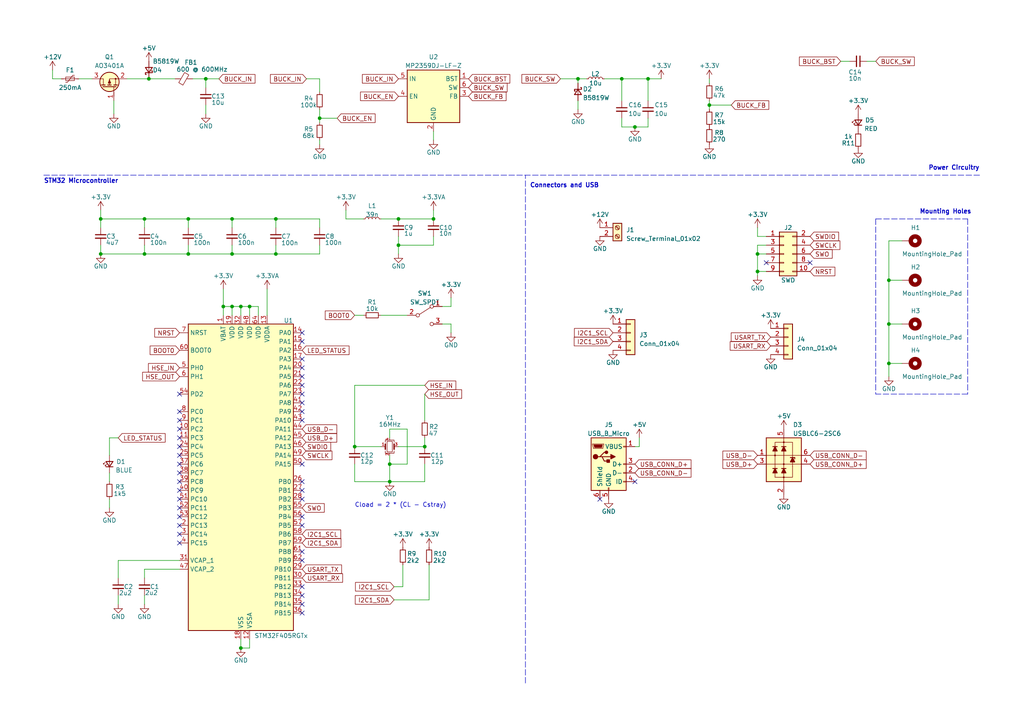
<source format=kicad_sch>
(kicad_sch (version 20230121) (generator eeschema)
  (paper "A4")
  (title_block (title "STM32F4_REV2") (date "2023-03-02") (rev "v2.0") (company "Chebe'sLab"))
  (lib_symbols
    (symbol "Connector:Screw_Terminal_01x02" (pin_names (offset 1.016) hide)
      (property "Reference" "J" (at 0 2.54 0))
      (property "Value" "Screw_Terminal_01x02" (at 0 -5.08 0))
      (symbol "Screw_Terminal_01x02_1_1"
        (pin passive line (at -5.08 0 0) (length 3.81) (name "Pin_1") (number "1"))
        (pin passive line (at -5.08 -2.54 0) (length 3.81) (name "Pin_2") (number "2"))
      )
    )
    (symbol "Connector:USB_B_Micro" (pin_names (offset 1.016))
      (property "Reference" "J" (at -5.08 11.43 0))
      (property "Value" "USB_B_Micro" (at -5.08 8.89 0))
      (symbol "USB_B_Micro_1_1"
        (pin power_out line (at 7.62 5.08 180) (length 2.54) (name "VBUS") (number "1"))
        (pin bidirectional line (at 7.62 -2.54 180) (length 2.54) (name "D-") (number "2"))
        (pin bidirectional line (at 7.62 0 180) (length 2.54) (name "D+") (number "3"))
        (pin passive line (at 7.62 -5.08 180) (length 2.54) (name "ID") (number "4"))
        (pin power_out line (at 0 -10.16 90) (length 2.54) (name "GND") (number "5"))
        (pin passive line (at -2.54 -10.16 90) (length 2.54) (name "Shield") (number "6"))
      )
    )
    (symbol "Connector_Generic:Conn_01x04" (pin_names (offset 1.016) hide)
      (property "Reference" "J" (at 0 5.08 0))
      (property "Value" "Conn_01x04" (at 0 -7.62 0))
      (symbol "Conn_01x04_1_1"
        (pin passive line (at -5.08 2.54 0) (length 3.81) (name "Pin_1") (number "1"))
        (pin passive line (at -5.08 0 0) (length 3.81) (name "Pin_2") (number "2"))
        (pin passive line (at -5.08 -2.54 0) (length 3.81) (name "Pin_3") (number "3"))
        (pin passive line (at -5.08 -5.08 0) (length 3.81) (name "Pin_4") (number "4"))
      )
    )
    (symbol "Connector_Generic:Conn_02x05_Odd_Even" (pin_names (offset 1.016) hide)
      (property "Reference" "J" (at 1.27 7.62 0))
      (property "Value" "Conn_02x05_Odd_Even" (at 1.27 -7.62 0))
      (symbol "Conn_02x05_Odd_Even_1_1"
        (pin passive line (at -5.08 5.08 0) (length 3.81) (name "Pin_1") (number "1"))
        (pin passive line (at 7.62 -5.08 180) (length 3.81) (name "Pin_10") (number "10"))
        (pin passive line (at 7.62 5.08 180) (length 3.81) (name "Pin_2") (number "2"))
        (pin passive line (at -5.08 2.54 0) (length 3.81) (name "Pin_3") (number "3"))
        (pin passive line (at 7.62 2.54 180) (length 3.81) (name "Pin_4") (number "4"))
        (pin passive line (at -5.08 0 0) (length 3.81) (name "Pin_5") (number "5"))
        (pin passive line (at 7.62 0 180) (length 3.81) (name "Pin_6") (number "6"))
        (pin passive line (at -5.08 -2.54 0) (length 3.81) (name "Pin_7") (number "7"))
        (pin passive line (at 7.62 -2.54 180) (length 3.81) (name "Pin_8") (number "8"))
        (pin passive line (at -5.08 -5.08 0) (length 3.81) (name "Pin_9") (number "9"))
      )
    )
    (symbol "Device:C_Small" (pin_numbers hide) (pin_names (offset 0.254) hide)
      (property "Reference" "C" (at 0.254 1.778 0))
      (property "Value" "C_Small" (at 0.254 -2.032 0))
      (symbol "C_Small_1_1"
        (pin passive line (at 0 2.54 270) (length 2.032) (name "~") (number "1"))
        (pin passive line (at 0 -2.54 90) (length 2.032) (name "~") (number "2"))
      )
    )
    (symbol "Device:Crystal_GND24_Small" (pin_names (offset 1.016) hide)
      (property "Reference" "Y" (at 1.27 4.445 0))
      (property "Value" "Crystal_GND24_Small" (at 1.27 2.54 0))
      (symbol "Crystal_GND24_Small_1_1"
        (pin passive line (at -2.54 0 0) (length 1.27) (name "1") (number "1"))
        (pin passive line (at 0 -2.54 90) (length 0.635) (name "2") (number "2"))
        (pin passive line (at 2.54 0 180) (length 1.27) (name "3") (number "3"))
        (pin passive line (at 0 2.54 270) (length 0.635) (name "4") (number "4"))
      )
    )
    (symbol "Device:D_Schottky_Small" (pin_numbers hide) (pin_names (offset 0.254) hide)
      (property "Reference" "D" (at -1.27 2.032 0))
      (property "Value" "D_Schottky_Small" (at -7.112 -2.032 0))
      (symbol "D_Schottky_Small_1_1"
        (pin passive line (at -2.54 0 0) (length 1.778) (name "K") (number "1"))
        (pin passive line (at 2.54 0 180) (length 1.778) (name "A") (number "2"))
      )
    )
    (symbol "Device:FerriteBead_Small" (pin_numbers hide) (pin_names (offset 0))
      (property "Reference" "FB" (at 1.905 1.27 0))
      (property "Value" "FerriteBead_Small" (at 1.905 -1.27 0))
      (symbol "FerriteBead_Small_1_1"
        (pin passive line (at 0 2.54 270) (length 1.27) (name "~") (number "1"))
        (pin passive line (at 0 -2.54 90) (length 1.27) (name "~") (number "2"))
      )
    )
    (symbol "Device:LED_Small" (pin_numbers hide) (pin_names (offset 0.254) hide)
      (property "Reference" "D" (at -1.27 3.175 0))
      (property "Value" "LED_Small" (at -4.445 -2.54 0))
      (symbol "LED_Small_1_1"
        (pin passive line (at -2.54 0 0) (length 1.778) (name "K") (number "1"))
        (pin passive line (at 2.54 0 180) (length 1.778) (name "A") (number "2"))
      )
    )
    (symbol "Device:L_Small" (pin_numbers hide) (pin_names (offset 0.254) hide)
      (property "Reference" "L" (at 0.762 1.016 0))
      (property "Value" "L_Small" (at 0.762 -1.016 0))
      (symbol "L_Small_1_1"
        (pin passive line (at 0 2.54 270) (length 0.508) (name "~") (number "1"))
        (pin passive line (at 0 -2.54 90) (length 0.508) (name "~") (number "2"))
      )
    )
    (symbol "Device:Polyfuse_Small" (pin_numbers hide) (pin_names (offset 0))
      (property "Reference" "F" (at -1.905 0 90))
      (property "Value" "Polyfuse_Small" (at 1.905 0 90))
      (symbol "Polyfuse_Small_1_1"
        (pin passive line (at 0 2.54 270) (length 0.635) (name "~") (number "1"))
        (pin passive line (at 0 -2.54 90) (length 0.635) (name "~") (number "2"))
      )
    )
    (symbol "Device:R_Small" (pin_numbers hide) (pin_names (offset 0.254) hide)
      (property "Reference" "R" (at 0.762 0.508 0))
      (property "Value" "R_Small" (at 0.762 -1.016 0))
      (symbol "R_Small_1_1"
        (pin passive line (at 0 2.54 270) (length 0.762) (name "~") (number "1"))
        (pin passive line (at 0 -2.54 90) (length 0.762) (name "~") (number "2"))
      )
    )
    (symbol "MCU_ST_STM32F4:STM32F405RGTx"
      (property "Reference" "U" (at -15.24 46.99 0))
      (property "Value" "STM32F405RGTx" (at 10.16 46.99 0))
      (symbol "STM32F405RGTx_1_1"
        (pin power_in line (at -5.08 48.26 270) (length 2.54) (name "VBAT") (number "1"))
        (pin bidirectional line (at -17.78 15.24 0) (length 2.54) (name "PC2") (number "10"))
        (pin bidirectional line (at -17.78 12.7 0) (length 2.54) (name "PC3") (number "11"))
        (pin power_in line (at 2.54 -45.72 90) (length 2.54) (name "VSSA") (number "12"))
        (pin power_in line (at 7.62 48.26 270) (length 2.54) (name "VDDA") (number "13"))
        (pin bidirectional line (at 17.78 43.18 180) (length 2.54) (name "PA0") (number "14"))
        (pin bidirectional line (at 17.78 40.64 180) (length 2.54) (name "PA1") (number "15"))
        (pin bidirectional line (at 17.78 38.1 180) (length 2.54) (name "PA2") (number "16"))
        (pin bidirectional line (at 17.78 35.56 180) (length 2.54) (name "PA3") (number "17"))
        (pin power_in line (at 0 -45.72 90) (length 2.54) (name "VSS") (number "18"))
        (pin power_in line (at -2.54 48.26 270) (length 2.54) (name "VDD") (number "19"))
        (pin bidirectional line (at -17.78 -12.7 0) (length 2.54) (name "PC13") (number "2"))
        (pin bidirectional line (at 17.78 33.02 180) (length 2.54) (name "PA4") (number "20"))
        (pin bidirectional line (at 17.78 30.48 180) (length 2.54) (name "PA5") (number "21"))
        (pin bidirectional line (at 17.78 27.94 180) (length 2.54) (name "PA6") (number "22"))
        (pin bidirectional line (at 17.78 25.4 180) (length 2.54) (name "PA7") (number "23"))
        (pin bidirectional line (at -17.78 10.16 0) (length 2.54) (name "PC4") (number "24"))
        (pin bidirectional line (at -17.78 7.62 0) (length 2.54) (name "PC5") (number "25"))
        (pin bidirectional line (at 17.78 0 180) (length 2.54) (name "PB0") (number "26"))
        (pin bidirectional line (at 17.78 -2.54 180) (length 2.54) (name "PB1") (number "27"))
        (pin bidirectional line (at 17.78 -5.08 180) (length 2.54) (name "PB2") (number "28"))
        (pin bidirectional line (at 17.78 -25.4 180) (length 2.54) (name "PB10") (number "29"))
        (pin bidirectional line (at -17.78 -15.24 0) (length 2.54) (name "PC14") (number "3"))
        (pin bidirectional line (at 17.78 -27.94 180) (length 2.54) (name "PB11") (number "30"))
        (pin power_out line (at -17.78 -22.86 0) (length 2.54) (name "VCAP_1") (number "31"))
        (pin power_in line (at 0 48.26 270) (length 2.54) (name "VDD") (number "32"))
        (pin bidirectional line (at 17.78 -30.48 180) (length 2.54) (name "PB12") (number "33"))
        (pin bidirectional line (at 17.78 -33.02 180) (length 2.54) (name "PB13") (number "34"))
        (pin bidirectional line (at 17.78 -35.56 180) (length 2.54) (name "PB14") (number "35"))
        (pin bidirectional line (at 17.78 -38.1 180) (length 2.54) (name "PB15") (number "36"))
        (pin bidirectional line (at -17.78 5.08 0) (length 2.54) (name "PC6") (number "37"))
        (pin bidirectional line (at -17.78 2.54 0) (length 2.54) (name "PC7") (number "38"))
        (pin bidirectional line (at -17.78 0 0) (length 2.54) (name "PC8") (number "39"))
        (pin bidirectional line (at -17.78 -17.78 0) (length 2.54) (name "PC15") (number "4"))
        (pin bidirectional line (at -17.78 -2.54 0) (length 2.54) (name "PC9") (number "40"))
        (pin bidirectional line (at 17.78 22.86 180) (length 2.54) (name "PA8") (number "41"))
        (pin bidirectional line (at 17.78 20.32 180) (length 2.54) (name "PA9") (number "42"))
        (pin bidirectional line (at 17.78 17.78 180) (length 2.54) (name "PA10") (number "43"))
        (pin bidirectional line (at 17.78 15.24 180) (length 2.54) (name "PA11") (number "44"))
        (pin bidirectional line (at 17.78 12.7 180) (length 2.54) (name "PA12") (number "45"))
        (pin bidirectional line (at 17.78 10.16 180) (length 2.54) (name "PA13") (number "46"))
        (pin power_out line (at -17.78 -25.4 0) (length 2.54) (name "VCAP_2") (number "47"))
        (pin power_in line (at 2.54 48.26 270) (length 2.54) (name "VDD") (number "48"))
        (pin bidirectional line (at 17.78 7.62 180) (length 2.54) (name "PA14") (number "49"))
        (pin bidirectional line (at -17.78 33.02 0) (length 2.54) (name "PH0") (number "5"))
        (pin bidirectional line (at 17.78 5.08 180) (length 2.54) (name "PA15") (number "50"))
        (pin bidirectional line (at -17.78 -5.08 0) (length 2.54) (name "PC10") (number "51"))
        (pin bidirectional line (at -17.78 -7.62 0) (length 2.54) (name "PC11") (number "52"))
        (pin bidirectional line (at -17.78 -10.16 0) (length 2.54) (name "PC12") (number "53"))
        (pin bidirectional line (at -17.78 25.4 0) (length 2.54) (name "PD2") (number "54"))
        (pin bidirectional line (at 17.78 -7.62 180) (length 2.54) (name "PB3") (number "55"))
        (pin bidirectional line (at 17.78 -10.16 180) (length 2.54) (name "PB4") (number "56"))
        (pin bidirectional line (at 17.78 -12.7 180) (length 2.54) (name "PB5") (number "57"))
        (pin bidirectional line (at 17.78 -15.24 180) (length 2.54) (name "PB6") (number "58"))
        (pin bidirectional line (at 17.78 -17.78 180) (length 2.54) (name "PB7") (number "59"))
        (pin bidirectional line (at -17.78 30.48 0) (length 2.54) (name "PH1") (number "6"))
        (pin input line (at -17.78 38.1 0) (length 2.54) (name "BOOT0") (number "60"))
        (pin bidirectional line (at 17.78 -20.32 180) (length 2.54) (name "PB8") (number "61"))
        (pin bidirectional line (at 17.78 -22.86 180) (length 2.54) (name "PB9") (number "62"))
        (pin passive line (at 0 -45.72 90) (length 2.54) hide (name "VSS") (number "63"))
        (pin power_in line (at 5.08 48.26 270) (length 2.54) (name "VDD") (number "64"))
        (pin input line (at -17.78 43.18 0) (length 2.54) (name "NRST") (number "7"))
        (pin bidirectional line (at -17.78 20.32 0) (length 2.54) (name "PC0") (number "8"))
        (pin bidirectional line (at -17.78 17.78 0) (length 2.54) (name "PC1") (number "9"))
      )
    )
    (symbol "Mechanical:MountingHole_Pad" (pin_numbers hide) (pin_names (offset 1.016) hide)
      (property "Reference" "H" (at 0 6.35 0))
      (property "Value" "MountingHole_Pad" (at 0 4.445 0))
      (symbol "MountingHole_Pad_1_1"
        (pin input line (at 0 -2.54 90) (length 2.54) (name "1") (number "1"))
      )
    )
    (symbol "PCM_Diode_TVS_AKL:USBLC6-2SC6" (pin_names (offset 1.016) hide)
      (property "Reference" "D" (at 6.35 6.35 0))
      (property "Value" "USBLC6-2SC6" (at 6.35 3.81 0))
      (symbol "USBLC6-2SC6_1_1"
        (pin passive line (at -7.62 0 0) (length 2.54) (name "L1") (number "1"))
        (pin passive line (at 0 -11.43 90) (length 2.54) (name "VN") (number "2"))
        (pin passive line (at -7.62 -2.54 0) (length 2.54) (name "L2") (number "3"))
        (pin passive line (at 7.62 -2.54 180) (length 2.54) (name "L2") (number "4"))
        (pin passive line (at 0 7.62 270) (length 2.54) (name "VP") (number "5"))
        (pin passive line (at 7.62 0 180) (length 2.54) (name "L1") (number "6"))
      )
    )
    (symbol "PCM_Transistor_MOSFET_AKL:AO3401A" (pin_names hide)
      (property "Reference" "Q" (at 5.08 1.27 0))
      (property "Value" "AO3401A" (at 5.08 -1.27 0))
      (symbol "AO3401A_1_1"
        (pin input line (at -3.81 1.27 0) (length 2.54) (name "G") (number "1"))
        (pin passive line (at 2.54 5.08 270) (length 2.54) (name "S") (number "2"))
        (pin passive line (at 2.54 -5.08 90) (length 2.54) (name "D") (number "3"))
      )
    )
    (symbol "Switch:SW_SPDT" (pin_names (offset 0) hide)
      (property "Reference" "SW" (at 0 4.318 0))
      (property "Value" "SW_SPDT" (at 0 -5.08 0))
      (symbol "SW_SPDT_1_1"
        (pin passive line (at 5.08 2.54 180) (length 2.54) (name "A") (number "1"))
        (pin passive line (at -5.08 0 0) (length 2.54) (name "B") (number "2"))
        (pin passive line (at 5.08 -2.54 180) (length 2.54) (name "C") (number "3"))
      )
    )
    (symbol "User_Symbol_Global_Library:MP2359DJ-LF-Z"
      (property "Reference" "U" (at -1.27 11.43 0))
      (property "Value" "MP2359DJ-LF-Z" (at 0 8.89 0))
      (symbol "MP2359DJ-LF-Z_1_1"
        (pin passive line (at 10.16 5.08 180) (length 2.54) (name "BST") (number "1"))
        (pin power_in line (at 0 -10.16 90) (length 2.54) (name "GND") (number "2"))
        (pin input line (at 10.16 0 180) (length 2.54) (name "FB") (number "3"))
        (pin input line (at -10.16 0 0) (length 2.54) (name "EN") (number "4"))
        (pin input line (at -10.16 5.08 0) (length 2.54) (name "IN") (number "5"))
        (pin output line (at 10.16 2.54 180) (length 2.54) (name "SW") (number "6"))
      )
    )
    (symbol "power:+12V" (power) (pin_names (offset 0))
      (property "Value" "+12V" (at 0 3.556 0))
      (symbol "+12V_1_1"
        (pin power_in line (at 0 0 90) (length 0) hide (name "+12V") (number "1"))
      )
    )
    (symbol "power:+3.3V" (power) (pin_names (offset 0))
      (property "Value" "+3.3V" (at 0 3.556 0))
      (symbol "+3.3V_1_1"
        (pin power_in line (at 0 0 90) (length 0) hide (name "+3.3V") (number "1"))
      )
    )
    (symbol "power:+3.3VA" (power) (pin_names (offset 0))
      (property "Value" "+3.3VA" (at 0 3.556 0))
      (symbol "+3.3VA_1_1"
        (pin power_in line (at 0 0 90) (length 0) hide (name "+3.3VA") (number "1"))
      )
    )
    (symbol "power:+5V" (power) (pin_names (offset 0))
      (property "Value" "+5V" (at 0 3.556 0))
      (symbol "+5V_1_1"
        (pin power_in line (at 0 0 90) (length 0) hide (name "+5V") (number "1"))
      )
    )
    (symbol "power:GND" (power) (pin_names (offset 0))
      (property "Value" "GND" (at 0 -3.81 0))
      (symbol "GND_1_1"
        (pin power_in line (at 0 0 270) (length 0) hide (name "GND") (number "1"))
      )
    )
  )
  (junction (at 54.61 63.5))
  (junction (at 167.64 22.86))
  (junction (at 180.34 22.86))
  (junction (at 102.87 129.54))
  (junction (at 219.71 78.74))
  (junction (at 72.39 88.9))
  (junction (at 67.31 73.66))
  (junction (at 257.81 93.98))
  (junction (at 80.01 63.5))
  (junction (at 29.21 73.66))
  (junction (at 113.03 139.7))
  (junction (at 115.57 63.5))
  (junction (at 67.31 88.9))
  (junction (at 64.77 88.9))
  (junction (at 67.31 63.5))
  (junction (at 69.85 187.96))
  (junction (at 257.81 105.41))
  (junction (at 257.81 81.28))
  (junction (at 123.19 129.54))
  (junction (at 92.71 34.29))
  (junction (at 187.96 22.86))
  (junction (at 219.71 73.66))
  (junction (at 69.85 88.9))
  (junction (at 41.91 73.66))
  (junction (at 43.18 22.86))
  (junction (at 59.69 22.86))
  (junction (at 54.61 73.66))
  (junction (at 184.15 36.83))
  (junction (at 41.91 63.5))
  (junction (at 125.73 63.5))
  (junction (at 115.57 71.12))
  (junction (at 205.74 30.48))
  (junction (at 113.03 134.62))
  (junction (at 29.21 63.5))
  (junction (at 80.01 73.66))
  (no_connect (at 52.07 129.54))
  (no_connect (at 87.63 152.4))
  (no_connect (at 87.63 160.02))
  (no_connect (at 87.63 99.06))
  (no_connect (at 52.07 142.24))
  (no_connect (at 52.07 127))
  (no_connect (at 87.63 177.8))
  (no_connect (at 87.63 175.26))
  (no_connect (at 87.63 121.92))
  (no_connect (at 52.07 157.48))
  (no_connect (at 234.95 76.2))
  (no_connect (at 52.07 134.62))
  (no_connect (at 52.07 124.46))
  (no_connect (at 52.07 149.86))
  (no_connect (at 87.63 139.7))
  (no_connect (at 87.63 106.68))
  (no_connect (at 52.07 121.92))
  (no_connect (at 87.63 142.24))
  (no_connect (at 87.63 134.62))
  (no_connect (at 87.63 104.14))
  (no_connect (at 87.63 162.56))
  (no_connect (at 52.07 119.38))
  (no_connect (at 87.63 111.76))
  (no_connect (at 87.63 170.18))
  (no_connect (at 173.99 144.78))
  (no_connect (at 87.63 149.86))
  (no_connect (at 87.63 116.84))
  (no_connect (at 87.63 96.52))
  (no_connect (at 87.63 144.78))
  (no_connect (at 184.15 139.7))
  (no_connect (at 52.07 144.78))
  (no_connect (at 52.07 154.94))
  (no_connect (at 87.63 114.3))
  (no_connect (at 52.07 114.3))
  (no_connect (at 222.25 76.2))
  (no_connect (at 52.07 152.4))
  (no_connect (at 87.63 172.72))
  (no_connect (at 52.07 137.16))
  (no_connect (at 52.07 139.7))
  (no_connect (at 52.07 147.32))
  (no_connect (at 52.07 132.08))
  (no_connect (at 87.63 109.22))
  (no_connect (at 87.63 119.38))
  (wire (pts (xy 72.39 88.9) (xy 74.93 88.9)))
  (wire (pts (xy 100.33 63.5) (xy 105.41 63.5)))
  (wire (pts (xy 67.31 88.9) (xy 67.31 91.44)))
  (wire (pts (xy 54.61 63.5) (xy 54.61 66.04)))
  (wire (pts (xy 110.49 91.44) (xy 118.11 91.44)))
  (wire (pts (xy 113.03 132.08) (xy 113.03 134.62)))
  (wire (pts (xy 205.74 22.86) (xy 205.74 24.13)))
  (wire (pts (xy 118.11 124.46) (xy 118.11 134.62)))
  (wire (pts (xy 257.81 105.41) (xy 257.81 93.98)))
  (wire (pts (xy 257.81 81.28) (xy 257.81 69.85)))
  (wire (pts (xy 67.31 63.5) (xy 80.01 63.5)))
  (wire (pts (xy 59.69 22.86) (xy 63.5 22.86)))
  (wire (pts (xy 80.01 73.66) (xy 92.71 73.66)))
  (wire (pts (xy 115.57 71.12) (xy 115.57 73.66)))
  (wire (pts (xy 205.74 30.48) (xy 205.74 31.75)))
  (wire (pts (xy 167.64 22.86) (xy 170.18 22.86)))
  (wire (pts (xy 113.03 127) (xy 113.03 124.46)))
  (wire (pts (xy 128.27 93.98) (xy 130.81 93.98)))
  (wire (pts (xy 54.61 71.12) (xy 54.61 73.66)))
  (wire (pts (xy 180.34 22.86) (xy 187.96 22.86)))
  (polyline (pts (xy 152.4 198.12) (xy 152.4 50.8)) (stroke (width 0) (type dash)))
  (wire (pts (xy 257.81 81.28) (xy 261.62 81.28)))
  (wire (pts (xy 128.27 88.9) (xy 130.81 88.9)))
  (wire (pts (xy 187.96 36.83) (xy 184.15 36.83)))
  (wire (pts (xy 29.21 63.5) (xy 29.21 66.04)))
  (wire (pts (xy 69.85 88.9) (xy 72.39 88.9)))
  (polyline (pts (xy 127 50.8) (xy 284.48 50.8)) (stroke (width 0) (type dash)))
  (wire (pts (xy 34.29 167.64) (xy 34.29 162.56)))
  (wire (pts (xy 116.84 170.18) (xy 114.3 170.18)))
  (wire (pts (xy 257.81 105.41) (xy 261.62 105.41)))
  (wire (pts (xy 41.91 71.12) (xy 41.91 73.66)))
  (wire (pts (xy 41.91 63.5) (xy 54.61 63.5)))
  (wire (pts (xy 72.39 185.42) (xy 72.39 187.96)))
  (wire (pts (xy 69.85 185.42) (xy 69.85 187.96)))
  (wire (pts (xy 116.84 163.83) (xy 116.84 170.18)))
  (wire (pts (xy 219.71 78.74) (xy 219.71 73.66)))
  (wire (pts (xy 36.83 22.86) (xy 43.18 22.86)))
  (polyline (pts (xy 280.67 114.3) (xy 254 114.3)) (stroke (width 0) (type dash)))
  (wire (pts (xy 115.57 129.54) (xy 123.19 129.54)))
  (wire (pts (xy 31.75 127) (xy 31.75 132.08)))
  (wire (pts (xy 64.77 88.9) (xy 64.77 91.44)))
  (wire (pts (xy 69.85 88.9) (xy 69.85 91.44)))
  (wire (pts (xy 125.73 71.12) (xy 115.57 71.12)))
  (wire (pts (xy 67.31 73.66) (xy 80.01 73.66)))
  (wire (pts (xy 29.21 71.12) (xy 29.21 73.66)))
  (wire (pts (xy 167.64 29.21) (xy 167.64 31.75)))
  (wire (pts (xy 113.03 134.62) (xy 118.11 134.62)))
  (wire (pts (xy 41.91 165.1) (xy 41.91 167.64)))
  (wire (pts (xy 219.71 80.01) (xy 219.71 78.74)))
  (wire (pts (xy 92.71 40.64) (xy 92.71 41.91)))
  (wire (pts (xy 125.73 68.58) (xy 125.73 71.12)))
  (wire (pts (xy 92.71 34.29) (xy 92.71 35.56)))
  (wire (pts (xy 41.91 73.66) (xy 54.61 73.66)))
  (wire (pts (xy 55.88 22.86) (xy 59.69 22.86)))
  (wire (pts (xy 34.29 162.56) (xy 52.07 162.56)))
  (polyline (pts (xy 254 63.5) (xy 254 114.3)) (stroke (width 0) (type dash)))
  (wire (pts (xy 29.21 60.96) (xy 29.21 63.5)))
  (wire (pts (xy 80.01 63.5) (xy 92.71 63.5)))
  (polyline (pts (xy 280.67 63.5) (xy 280.67 114.3)) (stroke (width 0) (type dash)))
  (wire (pts (xy 67.31 63.5) (xy 67.31 66.04)))
  (wire (pts (xy 219.71 78.74) (xy 222.25 78.74)))
  (wire (pts (xy 219.71 73.66) (xy 222.25 73.66)))
  (wire (pts (xy 257.81 93.98) (xy 257.81 81.28)))
  (wire (pts (xy 205.74 29.21) (xy 205.74 30.48)))
  (wire (pts (xy 15.24 20.32) (xy 15.24 22.86)))
  (wire (pts (xy 185.42 127) (xy 185.42 129.54)))
  (wire (pts (xy 102.87 129.54) (xy 110.49 129.54)))
  (wire (pts (xy 92.71 31.75) (xy 92.71 34.29)))
  (polyline (pts (xy 12.7 50.8) (xy 127 50.8)) (stroke (width 0) (type dash)))
  (wire (pts (xy 54.61 63.5) (xy 67.31 63.5)))
  (wire (pts (xy 123.19 111.76) (xy 102.87 111.76)))
  (wire (pts (xy 74.93 88.9) (xy 74.93 91.44)))
  (wire (pts (xy 251.46 17.78) (xy 254 17.78)))
  (wire (pts (xy 88.9 22.86) (xy 92.71 22.86)))
  (wire (pts (xy 29.21 63.5) (xy 41.91 63.5)))
  (wire (pts (xy 43.18 22.86) (xy 50.8 22.86)))
  (wire (pts (xy 34.29 172.72) (xy 34.29 175.26)))
  (wire (pts (xy 59.69 22.86) (xy 59.69 25.4)))
  (wire (pts (xy 102.87 111.76) (xy 102.87 129.54)))
  (polyline (pts (xy 254 63.5) (xy 280.67 63.5)) (stroke (width 0) (type dash)))
  (wire (pts (xy 100.33 60.96) (xy 100.33 63.5)))
  (wire (pts (xy 102.87 91.44) (xy 105.41 91.44)))
  (wire (pts (xy 123.19 114.3) (xy 123.19 121.92)))
  (wire (pts (xy 52.07 165.1) (xy 41.91 165.1)))
  (wire (pts (xy 115.57 63.5) (xy 125.73 63.5)))
  (wire (pts (xy 185.42 129.54) (xy 184.15 129.54)))
  (wire (pts (xy 64.77 83.82) (xy 64.77 88.9)))
  (wire (pts (xy 257.81 93.98) (xy 261.62 93.98)))
  (wire (pts (xy 54.61 73.66) (xy 67.31 73.66)))
  (wire (pts (xy 67.31 88.9) (xy 69.85 88.9)))
  (wire (pts (xy 125.73 38.1) (xy 125.73 40.64)))
  (wire (pts (xy 64.77 88.9) (xy 67.31 88.9)))
  (wire (pts (xy 92.71 63.5) (xy 92.71 66.04)))
  (wire (pts (xy 34.29 127) (xy 31.75 127)))
  (wire (pts (xy 102.87 139.7) (xy 113.03 139.7)))
  (wire (pts (xy 114.3 173.99) (xy 124.46 173.99)))
  (wire (pts (xy 125.73 60.96) (xy 125.73 63.5)))
  (wire (pts (xy 219.71 68.58) (xy 219.71 66.04)))
  (wire (pts (xy 113.03 134.62) (xy 113.03 139.7)))
  (wire (pts (xy 92.71 73.66) (xy 92.71 71.12)))
  (wire (pts (xy 31.75 137.16) (xy 31.75 139.7)))
  (wire (pts (xy 175.26 22.86) (xy 180.34 22.86)))
  (wire (pts (xy 92.71 34.29) (xy 97.79 34.29)))
  (wire (pts (xy 59.69 30.48) (xy 59.69 33.02)))
  (wire (pts (xy 205.74 30.48) (xy 212.09 30.48)))
  (wire (pts (xy 15.24 22.86) (xy 17.78 22.86)))
  (wire (pts (xy 130.81 93.98) (xy 130.81 96.52)))
  (wire (pts (xy 72.39 187.96) (xy 69.85 187.96)))
  (wire (pts (xy 222.25 68.58) (xy 219.71 68.58)))
  (wire (pts (xy 123.19 134.62) (xy 123.19 139.7)))
  (wire (pts (xy 187.96 29.21) (xy 187.96 22.86)))
  (wire (pts (xy 219.71 73.66) (xy 219.71 71.12)))
  (wire (pts (xy 257.81 109.22) (xy 257.81 105.41)))
  (wire (pts (xy 31.75 144.78) (xy 31.75 147.32)))
  (wire (pts (xy 180.34 34.29) (xy 180.34 36.83)))
  (wire (pts (xy 67.31 71.12) (xy 67.31 73.66)))
  (wire (pts (xy 115.57 68.58) (xy 115.57 71.12)))
  (wire (pts (xy 113.03 124.46) (xy 118.11 124.46)))
  (wire (pts (xy 180.34 36.83) (xy 184.15 36.83)))
  (wire (pts (xy 123.19 127) (xy 123.19 129.54)))
  (wire (pts (xy 22.86 22.86) (xy 26.67 22.86)))
  (wire (pts (xy 29.21 73.66) (xy 41.91 73.66)))
  (wire (pts (xy 72.39 88.9) (xy 72.39 91.44)))
  (wire (pts (xy 123.19 139.7) (xy 113.03 139.7)))
  (wire (pts (xy 80.01 63.5) (xy 80.01 66.04)))
  (wire (pts (xy 187.96 34.29) (xy 187.96 36.83)))
  (wire (pts (xy 77.47 83.82) (xy 77.47 91.44)))
  (wire (pts (xy 162.56 22.86) (xy 167.64 22.86)))
  (wire (pts (xy 180.34 22.86) (xy 180.34 29.21)))
  (wire (pts (xy 219.71 71.12) (xy 222.25 71.12)))
  (wire (pts (xy 257.81 69.85) (xy 261.62 69.85)))
  (wire (pts (xy 33.02 29.21) (xy 33.02 33.02)))
  (wire (pts (xy 187.96 22.86) (xy 191.77 22.86)))
  (wire (pts (xy 243.84 17.78) (xy 246.38 17.78)))
  (wire (pts (xy 130.81 88.9) (xy 130.81 86.36)))
  (wire (pts (xy 167.64 22.86) (xy 167.64 24.13)))
  (wire (pts (xy 41.91 172.72) (xy 41.91 175.26)))
  (wire (pts (xy 102.87 134.62) (xy 102.87 139.7)))
  (wire (pts (xy 80.01 71.12) (xy 80.01 73.66)))
  (wire (pts (xy 124.46 173.99) (xy 124.46 163.83)))
  (wire (pts (xy 41.91 63.5) (xy 41.91 66.04)))
  (wire (pts (xy 92.71 22.86) (xy 92.71 26.67)))
  (wire (pts (xy 110.49 63.5) (xy 115.57 63.5)))
  (text "Mounting Holes" (at 266.7 62.23 0) (effects (font (size 1.27 1.27) (thickness 0.254) bold) (justify left bottom)))
  (text "STM32 Microcontroller" (at 12.7 53.34 0) (effects (font (size 1.27 1.27) (thickness 0.254) bold) (justify left bottom)))
  (text "Connectors and USB" (at 153.67 54.61 0) (effects (font (size 1.27 1.27) (thickness 0.254) bold) (justify left bottom)))
  (text "Power Circuitry" (at 269.24 49.53 0) (effects (font (size 1.27 1.27) (thickness 0.254) bold) (justify left bottom)))
  (text "Cload = 2 * (CL - Cstray)" (at 102.87 147.32 0) (effects (font (size 1.27 1.27)) (justify left bottom)))
  (global_label "USB_CONN_D+" (shape input) (at 234.95 134.62 0) (property "Intersheetrefs" "${INTERSHEET_REFS}" (effects hide)))
  (global_label "USART_TX" (shape input) (at 87.63 165.1 0) (property "Intersheetrefs" "${INTERSHEET_REFS}" (effects hide)))
  (global_label "SWO" (shape input) (at 234.95 73.66 0) (property "Intersheetrefs" "${INTERSHEET_REFS}" (effects hide)))
  (global_label "LED_STATUS" (shape input) (at 87.63 101.6 0) (property "Intersheetrefs" "${INTERSHEET_REFS}" (effects hide)))
  (global_label "I2C1_SDA" (shape input) (at 177.8 99.06 180) (property "Intersheetrefs" "${INTERSHEET_REFS}" (effects hide)))
  (global_label "BUCK_SW" (shape input) (at 162.56 22.86 180) (property "Intersheetrefs" "${INTERSHEET_REFS}" (effects hide)))
  (global_label "HSE_OUT" (shape input) (at 52.07 109.22 180) (property "Intersheetrefs" "${INTERSHEET_REFS}" (effects hide)))
  (global_label "I2C1_SCL" (shape input) (at 177.8 96.52 180) (property "Intersheetrefs" "${INTERSHEET_REFS}" (effects hide)))
  (global_label "I2C1_SCL" (shape input) (at 114.3 170.18 180) (property "Intersheetrefs" "${INTERSHEET_REFS}" (effects hide)))
  (global_label "SWO" (shape input) (at 87.63 147.32 0) (property "Intersheetrefs" "${INTERSHEET_REFS}" (effects hide)))
  (global_label "BOOT0" (shape input) (at 52.07 101.6 180) (property "Intersheetrefs" "${INTERSHEET_REFS}" (effects hide)))
  (global_label "I2C1_SCL" (shape input) (at 87.63 154.94 0) (property "Intersheetrefs" "${INTERSHEET_REFS}" (effects hide)))
  (global_label "BUCK_IN" (shape input) (at 88.9 22.86 180) (property "Intersheetrefs" "${INTERSHEET_REFS}" (effects hide)))
  (global_label "USART_RX" (shape input) (at 223.52 100.33 180) (property "Intersheetrefs" "${INTERSHEET_REFS}" (effects hide)))
  (global_label "NRST" (shape input) (at 234.95 78.74 0) (property "Intersheetrefs" "${INTERSHEET_REFS}" (effects hide)))
  (global_label "HSE_OUT" (shape input) (at 123.19 114.3 0) (property "Intersheetrefs" "${INTERSHEET_REFS}" (effects hide)))
  (global_label "USART_TX" (shape input) (at 223.52 97.79 180) (property "Intersheetrefs" "${INTERSHEET_REFS}" (effects hide)))
  (global_label "SWCLK" (shape input) (at 234.95 71.12 0) (property "Intersheetrefs" "${INTERSHEET_REFS}" (effects hide)))
  (global_label "USB_D-" (shape input) (at 219.71 132.08 180) (property "Intersheetrefs" "${INTERSHEET_REFS}" (effects hide)))
  (global_label "BUCK_BST" (shape input) (at 243.84 17.78 180) (property "Intersheetrefs" "${INTERSHEET_REFS}" (effects hide)))
  (global_label "USB_D+" (shape input) (at 87.63 127 0) (property "Intersheetrefs" "${INTERSHEET_REFS}" (effects hide)))
  (global_label "USB_CONN_D-" (shape input) (at 234.95 132.08 0) (property "Intersheetrefs" "${INTERSHEET_REFS}" (effects hide)))
  (global_label "HSE_IN" (shape input) (at 123.19 111.76 0) (property "Intersheetrefs" "${INTERSHEET_REFS}" (effects hide)))
  (global_label "USB_D+" (shape input) (at 219.71 134.62 180) (property "Intersheetrefs" "${INTERSHEET_REFS}" (effects hide)))
  (global_label "HSE_IN" (shape input) (at 52.07 106.68 180) (property "Intersheetrefs" "${INTERSHEET_REFS}" (effects hide)))
  (global_label "USB_CONN_D+" (shape input) (at 184.15 134.62 0) (property "Intersheetrefs" "${INTERSHEET_REFS}" (effects hide)))
  (global_label "SWCLK" (shape input) (at 87.63 132.08 0) (property "Intersheetrefs" "${INTERSHEET_REFS}" (effects hide)))
  (global_label "BOOT0" (shape input) (at 102.87 91.44 180) (property "Intersheetrefs" "${INTERSHEET_REFS}" (effects hide)))
  (global_label "BUCK_SW" (shape input) (at 135.89 25.4 0) (property "Intersheetrefs" "${INTERSHEET_REFS}" (effects hide)))
  (global_label "BUCK_BST" (shape input) (at 135.89 22.86 0) (property "Intersheetrefs" "${INTERSHEET_REFS}" (effects hide)))
  (global_label "BUCK_SW" (shape input) (at 254 17.78 0) (property "Intersheetrefs" "${INTERSHEET_REFS}" (effects hide)))
  (global_label "NRST" (shape input) (at 52.07 96.52 180) (property "Intersheetrefs" "${INTERSHEET_REFS}" (effects hide)))
  (global_label "BUCK_EN" (shape input) (at 97.79 34.29 0) (property "Intersheetrefs" "${INTERSHEET_REFS}" (effects hide)))
  (global_label "BUCK_IN" (shape input) (at 63.5 22.86 0) (property "Intersheetrefs" "${INTERSHEET_REFS}" (effects hide)))
  (global_label "LED_STATUS" (shape input) (at 34.29 127 0) (property "Intersheetrefs" "${INTERSHEET_REFS}" (effects hide)))
  (global_label "BUCK_FB" (shape input) (at 135.89 27.94 0) (property "Intersheetrefs" "${INTERSHEET_REFS}" (effects hide)))
  (global_label "USART_RX" (shape input) (at 87.63 167.64 0) (property "Intersheetrefs" "${INTERSHEET_REFS}" (effects hide)))
  (global_label "I2C1_SDA" (shape input) (at 87.63 157.48 0) (property "Intersheetrefs" "${INTERSHEET_REFS}" (effects hide)))
  (global_label "BUCK_EN" (shape input) (at 115.57 27.94 180) (property "Intersheetrefs" "${INTERSHEET_REFS}" (effects hide)))
  (global_label "USB_CONN_D-" (shape input) (at 184.15 137.16 0) (property "Intersheetrefs" "${INTERSHEET_REFS}" (effects hide)))
  (global_label "SWDIO" (shape input) (at 87.63 129.54 0) (property "Intersheetrefs" "${INTERSHEET_REFS}" (effects hide)))
  (global_label "BUCK_FB" (shape input) (at 212.09 30.48 0) (property "Intersheetrefs" "${INTERSHEET_REFS}" (effects hide)))
  (global_label "SWDIO" (shape input) (at 234.95 68.58 0) (property "Intersheetrefs" "${INTERSHEET_REFS}" (effects hide)))
  (global_label "USB_D-" (shape input) (at 87.63 124.46 0) (property "Intersheetrefs" "${INTERSHEET_REFS}" (effects hide)))
  (global_label "BUCK_IN" (shape input) (at 115.57 22.86 180) (property "Intersheetrefs" "${INTERSHEET_REFS}" (effects hide)))
  (global_label "I2C1_SDA" (shape input) (at 114.3 173.99 180) (property "Intersheetrefs" "${INTERSHEET_REFS}" (effects hide)))
  (symbol (lib_id "power:+3.3V") (at 219.71 66.04 0) (unit 1)
    (property "Reference" "#PWR027" (effects hide))
    (property "Value" "+3.3V" (at 219.71 62.23 0))
  )
  (symbol (lib_id "Device:C_Small") (at 248.92 17.78 270) (unit 1)
    (property "Reference" "C14" (at 246.0752 20.9296 90) (effects (justify left)))
    (property "Value" "10n" (at 246.1006 22.7584 90) (effects (justify left)))
    (property "Footprint" "Capacitor_SMD:C_0603_1608Metric" (effects hide))
  )
  (symbol (lib_id "Device:R_Small") (at 92.71 29.21 180) (unit 1)
    (property "Reference" "R4" (at 89.5096 28.5496 0))
    (property "Value" "100k" (at 89.5096 30.48 0))
    (property "Footprint" "PCM_Resistor_SMD_AKL:R_0201_0603Metric" (effects hide))
  )
  (symbol (lib_id "Device:C_Small") (at 29.21 68.58 0) (unit 1)
    (property "Reference" "C3" (at 30.8102 68.5546 0) (effects (justify left)))
    (property "Value" "4u7" (at 30.6832 70.358 0) (effects (justify left)))
    (property "Footprint" "Capacitor_SMD:C_0201_0603Metric" (effects hide))
  )
  (symbol (lib_id "power:+3.3VA") (at 125.73 60.96 0) (unit 1)
    (property "Reference" "#PWR012" (effects hide))
    (property "Value" "+3.3VA" (at 125.73 57.15 0))
  )
  (symbol (lib_id "MCU_ST_STM32F4:STM32F405RGTx") (at 69.85 139.7 0) (unit 1)
    (property "Reference" "U1" (at 82.296 92.964 0) (effects (justify left)))
    (property "Value" "STM32F405RGTx" (at 73.787 184.3786 0) (effects (justify left)))
    (property "Footprint" "Package_QFP:LQFP-64_10x10mm_P0.5mm" (effects hide))
    (property "Datasheet" "https://www.st.com/resource/en/datasheet/stm32f405rg.pdf" (effects hide))
  )
  (symbol (lib_id "Device:R_Small") (at 107.95 91.44 90) (unit 1)
    (property "Reference" "R1" (at 107.9246 87.6046 90))
    (property "Value" "10k" (at 107.9246 89.535 90))
    (property "Footprint" "PCM_Resistor_SMD_AKL:R_0402_1005Metric" (effects hide))
  )
  (symbol (lib_id "Device:R_Small") (at 205.74 26.67 180) (unit 1)
    (property "Reference" "R6" (at 208.5848 25.781 0))
    (property "Value" "47k" (at 208.5848 27.7114 0))
    (property "Footprint" "PCM_Resistor_SMD_AKL:R_0603_1608Metric" (effects hide))
  )
  (symbol (lib_id "Device:C_Small") (at 80.01 68.58 0) (unit 1)
    (property "Reference" "C7" (at 81.6102 68.5546 0) (effects (justify left)))
    (property "Value" "100n" (at 81.534 70.4596 0) (effects (justify left)))
    (property "Footprint" "Capacitor_SMD:C_01005_0402Metric" (effects hide))
  )
  (symbol (lib_id "Device:C_Small") (at 41.91 170.18 0) (unit 1)
    (property "Reference" "C1" (at 43.5102 170.1546 0) (effects (justify left)))
    (property "Value" "2u2" (at 42.0116 171.9326 0) (effects (justify left)))
    (property "Footprint" "Capacitor_SMD:C_0603_1608Metric" (effects hide))
  )
  (symbol (lib_id "power:+3.3V") (at 116.84 158.75 0) (unit 1)
    (property "Reference" "#PWR029" (effects hide))
    (property "Value" "+3.3V" (at 116.84 154.94 0))
  )
  (symbol (lib_id "Device:LED_Small") (at 31.75 134.62 90) (unit 1)
    (property "Reference" "D1" (at 33.7312 133.9088 90) (effects (justify right)))
    (property "Value" "BLUE" (at 33.5026 136.3726 90) (effects (justify right)))
    (property "Footprint" "LED_SMD:LED_0603_1608Metric" (effects hide))
  )
  (symbol (lib_id "Device:C_Small") (at 92.71 68.58 0) (unit 1)
    (property "Reference" "C8" (at 94.3102 68.5546 0) (effects (justify left)))
    (property "Value" "100n" (at 94.2086 70.3834 0) (effects (justify left)))
    (property "Footprint" "Capacitor_SMD:C_01005_0402Metric" (effects hide))
  )
  (symbol (lib_id "Device:R_Small") (at 31.75 142.24 180) (unit 1)
    (property "Reference" "R3" (at 34.7472 141.2494 0))
    (property "Value" "1k5" (at 34.7472 143.1798 0))
    (property "Footprint" "PCM_Resistor_SMD_AKL:R_0201_0603Metric" (effects hide))
  )
  (symbol (lib_id "Device:R_Small") (at 116.84 161.29 180) (unit 1)
    (property "Reference" "R9" (at 118.0846 160.6042 0) (effects (justify right)))
    (property "Value" "2k2" (at 117.9576 162.56 0) (effects (justify right)))
    (property "Footprint" "Resistor_SMD:R_0402_1005Metric" (effects hide))
  )
  (symbol (lib_id "power:GND") (at 173.99 68.58 0) (unit 1)
    (property "Reference" "#PWR026" (effects hide))
    (property "Value" "GND" (at 174.0154 72.136 0))
  )
  (symbol (lib_id "Device:LED_Small") (at 248.92 35.56 90) (unit 1)
    (property "Reference" "D5" (at 250.9012 34.8488 90) (effects (justify right)))
    (property "Value" "RED" (at 250.6726 37.3126 90) (effects (justify right)))
    (property "Footprint" "LED_SMD:LED_0603_1608Metric" (effects hide))
  )
  (symbol (lib_id "Mechanical:MountingHole_Pad") (at 264.16 105.41 270) (unit 1)
    (property "Reference" "H4" (at 264.16 101.6 90) (effects (justify left)))
    (property "Value" "MountingHole_Pad" (at 261.62 109.22 90) (effects (justify left)))
    (property "Footprint" "MountingHole:MountingHole_4.5mm_Pad_Via" (effects hide))
  )
  (symbol (lib_id "Mechanical:MountingHole_Pad") (at 264.16 93.98 270) (unit 1)
    (property "Reference" "H3" (at 264.16 90.17 90) (effects (justify left)))
    (property "Value" "MountingHole_Pad" (at 261.62 97.79 90) (effects (justify left)))
    (property "Footprint" "MountingHole:MountingHole_4.5mm_Pad_Via" (effects hide))
  )
  (symbol (lib_id "power:GND") (at 92.71 41.91 0) (unit 1)
    (property "Reference" "#PWR019" (effects hide))
    (property "Value" "GND" (at 92.7354 45.466 0))
  )
  (symbol (lib_id "Mechanical:MountingHole_Pad") (at 264.16 81.28 270) (unit 1)
    (property "Reference" "H2" (at 264.16 77.47 90) (effects (justify left)))
    (property "Value" "MountingHole_Pad" (at 261.62 85.09 90) (effects (justify left)))
    (property "Footprint" "MountingHole:MountingHole_4.5mm_Pad_Via" (effects hide))
  )
  (symbol (lib_id "Device:R_Small") (at 123.19 124.46 180) (unit 1)
    (property "Reference" "R2" (at 124.4346 123.7742 0) (effects (justify right)))
    (property "Value" "47" (at 124.3076 125.73 0) (effects (justify right)))
    (property "Footprint" "PCM_Resistor_SMD_AKL:R_0402_1005Metric" (effects hide))
  )
  (symbol (lib_id "power:+3.3V") (at 100.33 60.96 0) (unit 1)
    (property "Reference" "#PWR010" (effects hide))
    (property "Value" "+3.3V" (at 100.33 57.15 0))
  )
  (symbol (lib_id "power:+3.3V") (at 191.77 22.86 0) (unit 1)
    (property "Reference" "#PWR022" (effects hide))
    (property "Value" "+3.3V" (at 191.77 19.05 0))
  )
  (symbol (lib_id "power:GND") (at 248.92 43.18 0) (unit 1)
    (property "Reference" "#PWR042" (effects hide))
    (property "Value" "GND" (at 248.9454 46.736 0))
  )
  (symbol (lib_id "power:GND") (at 257.81 109.22 0) (unit 1)
    (property "Reference" "#PWR040" (effects hide))
    (property "Value" "GND" (at 257.8354 112.776 0))
  )
  (symbol (lib_id "PCM_Diode_TVS_AKL:USBLC6-2SC6") (at 227.33 132.08 0) (unit 1)
    (property "Reference" "D3" (at 229.9717 123.19 0) (effects (justify left)))
    (property "Value" "USBLC6-2SC6" (at 229.9717 125.73 0) (effects (justify left)))
    (property "Footprint" "Package_TO_SOT_SMD:SOT-23-6" (effects hide))
    (property "Datasheet" "https://www.tme.eu/Document/db59d28d28a96c34f26d05f234ff409c/USBLC6-2.pdf" (effects hide))
  )
  (symbol (lib_id "Device:R_Small") (at 92.71 38.1 180) (unit 1)
    (property "Reference" "R5" (at 89.5096 37.4396 0))
    (property "Value" "68k" (at 89.5096 39.37 0))
    (property "Footprint" "PCM_Resistor_SMD_AKL:R_0201_0603Metric" (effects hide))
  )
  (symbol (lib_id "Device:C_Small") (at 41.91 68.58 0) (unit 1)
    (property "Reference" "C4" (at 43.5102 68.5546 0) (effects (justify left)))
    (property "Value" "100n" (at 43.4848 70.358 0) (effects (justify left)))
    (property "Footprint" "Capacitor_SMD:C_01005_0402Metric" (effects hide))
  )
  (symbol (lib_id "Mechanical:MountingHole_Pad") (at 264.16 69.85 270) (unit 1)
    (property "Reference" "H1" (at 264.16 66.04 90) (effects (justify left)))
    (property "Value" "MountingHole_Pad" (at 261.62 73.66 90) (effects (justify left)))
    (property "Footprint" "MountingHole:MountingHole_4.5mm_Pad_Via" (effects hide))
  )
  (symbol (lib_id "Device:C_Small") (at 125.73 66.04 0) (unit 1)
    (property "Reference" "C10" (at 127.3302 66.0146 0) (effects (justify left)))
    (property "Value" "10n" (at 127.3302 67.7164 0) (effects (justify left)))
    (property "Footprint" "Capacitor_SMD:C_1206_3216Metric" (effects hide))
  )
  (symbol (lib_id "power:GND") (at 205.74 41.91 0) (unit 1)
    (property "Reference" "#PWR024" (effects hide))
    (property "Value" "GND" (at 205.7654 45.466 0))
  )
  (symbol (lib_id "power:GND") (at 31.75 147.32 0) (unit 1)
    (property "Reference" "#PWR014" (effects hide))
    (property "Value" "GND" (at 31.7246 150.9268 0))
  )
  (symbol (lib_id "power:GND") (at 29.21 73.66 0) (unit 1)
    (property "Reference" "#PWR09" (effects hide))
    (property "Value" "GND" (at 29.2354 77.216 0))
  )
  (symbol (lib_id "Device:Polyfuse_Small") (at 20.32 22.86 90) (unit 1)
    (property "Reference" "F1" (at 20.32 20.32 90))
    (property "Value" "250mA" (at 20.32 25.4 90))
    (property "Footprint" "Fuse:Fuse_1206_3216Metric" (effects hide))
  )
  (symbol (lib_id "power:GND") (at 69.85 187.96 0) (unit 1)
    (property "Reference" "#PWR01" (effects hide))
    (property "Value" "GND" (at 69.8754 191.516 0))
  )
  (symbol (lib_id "power:GND") (at 184.15 36.83 0) (unit 1)
    (property "Reference" "#PWR021" (effects hide))
    (property "Value" "GND" (at 184.1754 40.386 0))
  )
  (symbol (lib_id "Connector:USB_B_Micro") (at 176.53 134.62 0) (unit 1)
    (property "Reference" "J5" (at 176.53 123.19 0))
    (property "Value" "USB_B_Micro" (at 176.53 125.73 0))
    (property "Footprint" "Connector_USB:USB_Micro-B_GCT_USB3076-30-A" (effects hide))
  )
  (symbol (lib_id "Device:FerriteBead_Small") (at 53.34 22.86 90) (unit 1)
    (property "Reference" "FB1" (at 55.372 18.1102 90))
    (property "Value" "600 @ 600MHz" (at 58.5978 20.1168 90))
    (property "Footprint" "Inductor_SMD:L_0805_2012Metric" (effects hide))
  )
  (symbol (lib_id "Connector_Generic:Conn_01x04") (at 182.88 96.52 0) (unit 1)
    (property "Reference" "J3" (at 185.42 97.155 0) (effects (justify left)))
    (property "Value" "Conn_01x04" (at 185.42 99.695 0) (effects (justify left)))
    (property "Footprint" "Connector_Molex:Molex_PicoBlade_53048-0410_1x04_P1.25mm_Horizontal" (effects hide))
  )
  (symbol (lib_id "Device:Crystal_GND24_Small") (at 113.03 129.54 0) (unit 1)
    (property "Reference" "Y1" (at 113.0554 121.1326 0))
    (property "Value" "16MHz" (at 113.0554 123.0884 0))
    (property "Footprint" "Crystal:Crystal_SMD_3225-4Pin_3.2x2.5mm" (effects hide))
  )
  (symbol (lib_id "power:GND") (at 41.91 175.26 0) (unit 1)
    (property "Reference" "#PWR05" (effects hide))
    (property "Value" "GND" (at 41.8846 178.8922 0))
  )
  (symbol (lib_id "Device:C_Small") (at 54.61 68.58 0) (unit 1)
    (property "Reference" "C5" (at 56.2102 68.5546 0) (effects (justify left)))
    (property "Value" "100n" (at 56.1086 70.4088 0) (effects (justify left)))
    (property "Footprint" "Capacitor_SMD:C_01005_0402Metric" (effects hide))
  )
  (symbol (lib_id "power:GND") (at 34.29 175.26 0) (unit 1)
    (property "Reference" "#PWR04" (effects hide))
    (property "Value" "GND" (at 34.2646 178.8668 0))
  )
  (symbol (lib_id "Device:R_Small") (at 248.92 40.64 0) (unit 1)
    (property "Reference" "R11" (at 246.0752 41.529 0))
    (property "Value" "1k" (at 246.0752 39.5986 0))
    (property "Footprint" "PCM_Resistor_SMD_AKL:R_0603_1608Metric" (effects hide))
  )
  (symbol (lib_id "Connector:Screw_Terminal_01x02") (at 179.07 66.04 0) (unit 1)
    (property "Reference" "J1" (at 181.61 66.675 0) (effects (justify left)))
    (property "Value" "Screw_Terminal_01x02" (at 181.61 69.215 0) (effects (justify left)))
    (property "Footprint" "TerminalBlock_Phoenix:TerminalBlock_Phoenix_PT-1,5-2-3.5-H_1x02_P3.50mm_Horizontal" (effects hide))
  )
  (symbol (lib_id "power:+3.3V") (at 248.92 33.02 0) (unit 1)
    (property "Reference" "#PWR041" (effects hide))
    (property "Value" "+3.3V" (at 248.92 29.21 0))
  )
  (symbol (lib_id "power:+3.3V") (at 130.81 86.36 0) (unit 1)
    (property "Reference" "#PWR06" (effects hide))
    (property "Value" "+3.3V" (at 130.81 82.55 0))
  )
  (symbol (lib_id "Switch:SW_SPDT") (at 123.19 91.44 0) (unit 1)
    (property "Reference" "SW1" (at 123.19 85.09 0))
    (property "Value" "SW_SPDT" (at 123.19 87.63 0))
    (property "Footprint" "Button_Switch_SMD:SW_SPDT_PCM12" (effects hide))
  )
  (symbol (lib_id "power:GND") (at 130.81 96.52 0) (unit 1)
    (property "Reference" "#PWR07" (effects hide))
    (property "Value" "GND" (at 130.8354 100.076 0))
  )
  (symbol (lib_id "Connector_Generic:Conn_01x04") (at 228.6 97.79 0) (unit 1)
    (property "Reference" "J4" (at 231.14 98.425 0) (effects (justify left)))
    (property "Value" "Conn_01x04" (at 231.14 100.965 0) (effects (justify left)))
    (property "Footprint" "Connector_Molex:Molex_PicoBlade_53048-0410_1x04_P1.25mm_Horizontal" (effects hide))
  )
  (symbol (lib_id "power:GND") (at 223.52 102.87 0) (unit 1)
    (property "Reference" "#PWR034" (effects hide))
    (property "Value" "GND" (at 223.5454 106.426 0))
  )
  (symbol (lib_id "Device:L_Small") (at 172.72 22.86 90) (unit 1)
    (property "Reference" "L2" (at 172.6946 21.4376 90))
    (property "Value" "10u" (at 172.72 24.13 90))
    (property "Footprint" "Inductor_SMD:L_Sunlord_MWSA0518S" (effects hide))
  )
  (symbol (lib_id "Device:R_Small") (at 205.74 34.29 180) (unit 1)
    (property "Reference" "R7" (at 208.5848 33.401 0))
    (property "Value" "15k" (at 208.5848 35.3314 0))
    (property "Footprint" "PCM_Resistor_SMD_AKL:R_0603_1608Metric" (effects hide))
  )
  (symbol (lib_id "Device:C_Small") (at 34.29 170.18 0) (unit 1)
    (property "Reference" "C2" (at 35.9156 170.18 0) (effects (justify left)))
    (property "Value" "2u2" (at 34.4932 171.9834 0) (effects (justify left)))
    (property "Footprint" "Capacitor_SMD:C_0603_1608Metric" (effects hide))
  )
  (symbol (lib_id "Device:C_Small") (at 187.96 31.75 0) (unit 1)
    (property "Reference" "C15" (at 189.8396 30.4292 0) (effects (justify left)))
    (property "Value" "10u" (at 189.8396 32.9692 0) (effects (justify left)))
    (property "Footprint" "Capacitor_SMD:C_1206_3216Metric" (effects hide))
  )
  (symbol (lib_id "Device:C_Small") (at 180.34 31.75 0) (unit 1)
    (property "Reference" "C16" (at 182.2196 30.4292 0) (effects (justify left)))
    (property "Value" "10u" (at 182.2196 32.9692 0) (effects (justify left)))
    (property "Footprint" "Capacitor_SMD:C_1206_3216Metric" (effects hide))
  )
  (symbol (lib_id "power:GND") (at 177.8 101.6 0) (unit 1)
    (property "Reference" "#PWR032" (effects hide))
    (property "Value" "GND" (at 177.8254 105.156 0))
  )
  (symbol (lib_id "Connector_Generic:Conn_02x05_Odd_Even") (at 227.33 73.66 0) (unit 1)
    (property "Reference" "J2" (at 228.6 66.04 0))
    (property "Value" "SWD" (at 228.6 81.28 0))
    (property "Footprint" "Connector_PinSocket_1.27mm:PinSocket_2x05_P1.27mm_Vertical_SMD" (effects hide))
  )
  (symbol (lib_id "Device:C_Small") (at 59.69 27.94 0) (unit 1)
    (property "Reference" "C13" (at 61.2902 27.9146 0) (effects (justify left)))
    (property "Value" "10u" (at 61.3156 29.7434 0) (effects (justify left)))
    (property "Footprint" "Capacitor_SMD:C_1206_3216Metric" (effects hide))
  )
  (symbol (lib_id "power:+5V") (at 227.33 124.46 0) (unit 1)
    (property "Reference" "#PWR038" (effects hide))
    (property "Value" "+5V" (at 227.33 120.65 0))
  )
  (symbol (lib_id "power:+3.3V") (at 205.74 22.86 0) (unit 1)
    (property "Reference" "#PWR023" (effects hide))
    (property "Value" "+3.3V" (at 205.74 19.05 0))
  )
  (symbol (lib_id "power:GND") (at 219.71 80.01 0) (unit 1)
    (property "Reference" "#PWR028" (effects hide))
    (property "Value" "GND" (at 219.7354 83.566 0))
  )
  (symbol (lib_id "power:+5V") (at 185.42 127 0) (unit 1)
    (property "Reference" "#PWR037" (effects hide))
    (property "Value" "+5V" (at 185.42 123.19 0))
  )
  (symbol (lib_id "Device:C_Small") (at 67.31 68.58 0) (unit 1)
    (property "Reference" "C6" (at 68.9102 68.5546 0) (effects (justify left)))
    (property "Value" "100n" (at 68.9356 70.3834 0) (effects (justify left)))
    (property "Footprint" "Capacitor_SMD:C_01005_0402Metric" (effects hide))
  )
  (symbol (lib_id "power:GND") (at 227.33 143.51 0) (unit 1)
    (property "Reference" "#PWR039" (effects hide))
    (property "Value" "GND" (at 227.3554 147.066 0))
  )
  (symbol (lib_id "power:GND") (at 167.64 31.75 0) (unit 1)
    (property "Reference" "#PWR020" (effects hide))
    (property "Value" "GND" (at 167.6654 35.306 0))
  )
  (symbol (lib_id "power:+12V") (at 15.24 20.32 0) (unit 1)
    (property "Reference" "#PWR015" (effects hide))
    (property "Value" "+12V" (at 15.24 16.51 0))
  )
  (symbol (lib_id "Device:R_Small") (at 205.74 39.37 180) (unit 1)
    (property "Reference" "R8" (at 208.5848 38.481 0))
    (property "Value" "270" (at 208.5848 40.4114 0))
    (property "Footprint" "PCM_Resistor_SMD_AKL:R_0603_1608Metric" (effects hide))
  )
  (symbol (lib_id "power:+5V") (at 43.18 17.78 0) (unit 1)
    (property "Reference" "#PWR036" (effects hide))
    (property "Value" "+5V" (at 43.18 13.97 0))
  )
  (symbol (lib_id "power:GND") (at 113.03 139.7 0) (unit 1)
    (property "Reference" "#PWR013" (effects hide))
    (property "Value" "GND" (at 113.0554 143.256 0))
  )
  (symbol (lib_id "power:GND") (at 33.02 33.02 0) (unit 1)
    (property "Reference" "#PWR017" (effects hide))
    (property "Value" "GND" (at 33.0454 36.576 0))
  )
  (symbol (lib_id "power:GND") (at 176.53 144.78 0) (unit 1)
    (property "Reference" "#PWR035" (effects hide))
    (property "Value" "GND" (at 176.5554 148.336 0))
  )
  (symbol (lib_id "Device:L_Small") (at 107.95 63.5 90) (unit 1)
    (property "Reference" "L1" (at 107.95 59.69 90))
    (property "Value" "39n" (at 107.95 62.23 90))
    (property "Footprint" "Inductor_SMD:L_0402_1005Metric" (effects hide))
  )
  (symbol (lib_id "Device:C_Small") (at 115.57 66.04 0) (unit 1)
    (property "Reference" "C9" (at 117.1702 66.0146 0) (effects (justify left)))
    (property "Value" "1u" (at 117.1702 67.7164 0) (effects (justify left)))
    (property "Footprint" "Capacitor_SMD:C_01005_0402Metric" (effects hide))
  )
  (symbol (lib_id "power:GND") (at 115.57 73.66 0) (unit 1)
    (property "Reference" "#PWR011" (effects hide))
    (property "Value" "GND" (at 115.5954 77.216 0))
  )
  (symbol (lib_id "power:GND") (at 125.73 40.64 0) (unit 1)
    (property "Reference" "#PWR016" (effects hide))
    (property "Value" "GND" (at 125.7554 44.196 0))
  )
  (symbol (lib_id "power:+3.3V") (at 223.52 95.25 0) (unit 1)
    (property "Reference" "#PWR033" (effects hide))
    (property "Value" "+3.3V" (at 223.52 91.44 0))
  )
  (symbol (lib_id "Device:C_Small") (at 102.87 132.08 0) (unit 1)
    (property "Reference" "C12" (at 104.4702 132.0546 0) (effects (justify left)))
    (property "Value" "12p" (at 104.4956 133.8072 0) (effects (justify left)))
    (property "Footprint" "Capacitor_SMD:C_0402_1005Metric" (effects hide))
  )
  (symbol (lib_id "power:GND") (at 59.69 33.02 0) (unit 1)
    (property "Reference" "#PWR018" (effects hide))
    (property "Value" "GND" (at 59.7154 36.576 0))
  )
  (symbol (lib_id "Device:R_Small") (at 124.46 161.29 180) (unit 1)
    (property "Reference" "R10" (at 125.7046 160.6042 0) (effects (justify right)))
    (property "Value" "2k2" (at 125.5776 162.56 0) (effects (justify right)))
    (property "Footprint" "Resistor_SMD:R_0402_1005Metric" (effects hide))
  )
  (symbol (lib_id "power:+12V") (at 173.99 66.04 0) (unit 1)
    (property "Reference" "#PWR025" (effects hide))
    (property "Value" "+12V" (at 173.99 62.23 0))
  )
  (symbol (lib_id "power:+3.3V") (at 64.77 83.82 0) (unit 1)
    (property "Reference" "#PWR02" (effects hide))
    (property "Value" "+3.3V" (at 64.77 80.01 0))
  )
  (symbol (lib_id "power:+3.3VA") (at 77.47 83.82 0) (unit 1)
    (property "Reference" "#PWR03" (effects hide))
    (property "Value" "+3.3VA" (at 77.47 80.01 0))
  )
  (symbol (lib_id "power:+3.3V") (at 29.21 60.96 0) (unit 1)
    (property "Reference" "#PWR08" (effects hide))
    (property "Value" "+3.3V" (at 29.21 57.15 0))
  )
  (symbol (lib_id "Device:C_Small") (at 123.19 132.08 0) (unit 1)
    (property "Reference" "C11" (at 124.7902 132.0546 0) (effects (justify left)))
    (property "Value" "12p" (at 124.968 133.858 0) (effects (justify left)))
    (property "Footprint" "Capacitor_SMD:C_0402_1005Metric" (effects hide))
  )
  (symbol (lib_id "User_Symbol_Global_Library:MP2359DJ-LF-Z") (at 125.73 27.94 0) (unit 1)
    (property "Reference" "U2" (at 125.73 16.51 0))
    (property "Value" "MP2359DJ-LF-Z" (at 125.73 19.05 0))
    (property "Footprint" "PCM_Package_TO_SOT_SMD_AKL:SOT-23-6" (effects hide))
  )
  (symbol (lib_id "Device:D_Schottky_Small") (at 167.64 26.67 270) (unit 1)
    (property "Reference" "D2" (at 169.037 25.8318 90) (effects (justify left)))
    (property "Value" "B5819W" (at 169.037 28.3718 90) (effects (justify left)))
    (property "Footprint" "Diode_SMD:D_SOD-123" (effects hide))
  )
  (symbol (lib_id "power:+3.3V") (at 124.46 158.75 0) (unit 1)
    (property "Reference" "#PWR030" (effects hide))
    (property "Value" "+3.3V" (at 124.46 154.94 0))
  )
  (symbol (lib_id "Device:D_Schottky_Small") (at 43.18 20.32 90) (unit 1)
    (property "Reference" "D4" (at 46.99 20.32 90) (effects (justify left)))
    (property "Value" "B5819W" (at 52.07 17.78 90) (effects (justify left)))
    (property "Footprint" "Diode_SMD:D_SOD-123" (effects hide))
  )
  (symbol (lib_id "power:+3.3V") (at 177.8 93.98 0) (unit 1)
    (property "Reference" "#PWR031" (effects hide))
    (property "Value" "+3.3V" (at 177.8 90.17 0))
  )
  (symbol (lib_id "PCM_Transistor_MOSFET_AKL:AO3401A") (at 31.75 25.4 270) (mirror x) (unit 1)
    (property "Reference" "Q1" (at 31.75 16.51 90))
    (property "Value" "AO3401A" (at 31.75 19.05 90))
    (property "Footprint" "PCM_Package_TO_SOT_SMD_AKL:SOT-23" (effects hide))
    (property "Datasheet" "https://www.tme.eu/Document/d25b071532a0a1e329733a03427696ee/AO3401A-DTE.pdf" (effects hide))
  )
)
</source>
